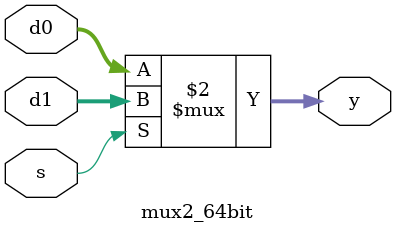
<source format=v>
module mux2_64bit(d0, d1, s, y);  //32 bits 2:1 MUX

	//input, output
	input [63:0] d0, d1;
	input s;
	output [63:0] y;

	//assign y(conditional operator)
	assign y=(s==0)?d0:d1;
	
endmodule   //end of module
</source>
